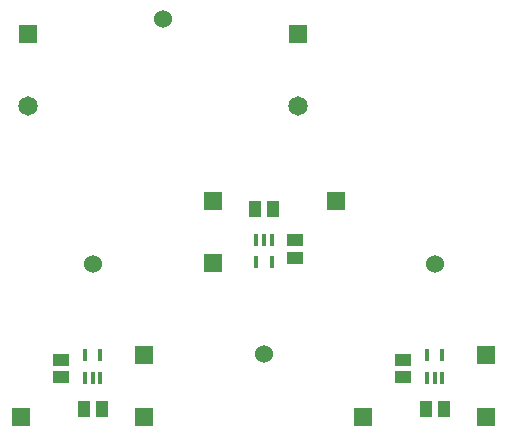
<source format=gbr>
%TF.GenerationSoftware,Altium Limited,Altium Designer,22.7.1 (60)*%
G04 Layer_Color=255*
%FSLAX43Y43*%
%MOMM*%
%TF.SameCoordinates,798C7C01-C923-4F4B-AA1E-7D7C4C9A7158*%
%TF.FilePolarity,Positive*%
%TF.FileFunction,Pads,Top*%
%TF.Part,CustomerPanel*%
G01*
G75*
%TA.AperFunction,SMDPad,CuDef*%
%ADD10R,1.400X1.100*%
%ADD11R,1.100X1.400*%
%ADD12R,0.450X1.100*%
%ADD15R,1.400X1.100*%
%TA.AperFunction,ComponentPad*%
%ADD16R,1.500X1.500*%
%TA.AperFunction,ViaPad*%
%ADD17C,1.524*%
%TA.AperFunction,ComponentPad*%
%ADD19R,1.500X1.500*%
%ADD20C,1.650*%
D10*
X12588Y12739D02*
D03*
Y14239D02*
D03*
X32385Y24335D02*
D03*
Y22835D02*
D03*
D11*
X14493Y10048D02*
D03*
X15993D02*
D03*
X30480Y27026D02*
D03*
X28980D02*
D03*
X43443Y10033D02*
D03*
X44943D02*
D03*
D12*
X14590Y14615D02*
D03*
X15890D02*
D03*
Y12715D02*
D03*
X15240D02*
D03*
X14590D02*
D03*
X30383Y22459D02*
D03*
X29083D02*
D03*
Y24359D02*
D03*
X29733D02*
D03*
X30383D02*
D03*
X43540Y14600D02*
D03*
X44840D02*
D03*
Y12700D02*
D03*
X44190D02*
D03*
X43540D02*
D03*
D15*
X41538Y12724D02*
D03*
Y14224D02*
D03*
D16*
X9159Y9413D02*
D03*
X19573Y14620D02*
D03*
Y9413D02*
D03*
X35814Y27661D02*
D03*
X25400Y22454D02*
D03*
Y27661D02*
D03*
D17*
X15255Y22367D02*
D03*
X29718Y14707D02*
D03*
X21224Y43053D02*
D03*
X44205Y22352D02*
D03*
D19*
X32654Y41783D02*
D03*
X9794D02*
D03*
X38109Y9398D02*
D03*
X48523Y14605D02*
D03*
Y9398D02*
D03*
D20*
X32654Y35687D02*
D03*
X9794D02*
D03*
%TF.MD5,6655c462fc9294e6816cb8fb472624df*%
M02*

</source>
